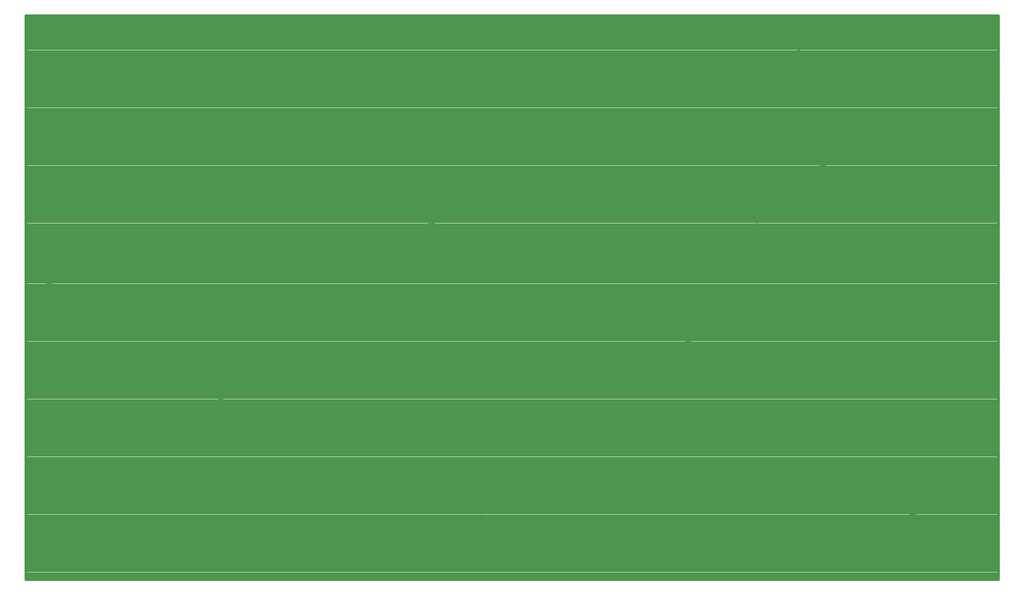
<source format=gbr>
G04 DipTrace 3.0.0.2*
G04 Bottom.gbr*
%MOMM*%
G04 #@! TF.FileFunction,Copper,L2,Bot*
G04 #@! TF.Part,Single*
G04 #@! TA.AperFunction,CopperBalancing*
%ADD16C,0.6*%
G04 #@! TA.AperFunction,ComponentPad*
%ADD29C,1.5*%
G04 #@! TA.AperFunction,ViaPad*
%ADD36C,1.0*%
%FSLAX35Y35*%
G04*
G71*
G90*
G75*
G01*
G04 Bottom*
%LPD*%
D36*
X3892800Y11482800D3*
X3682800Y11889300D3*
X2527800Y11457300D3*
X2508300Y10284300D3*
X3837300Y10299300D3*
X5971800Y8179800D3*
X17797800Y12544800D3*
X14971800Y4149300D3*
X11058300Y4174800D3*
X13771800Y5110800D3*
X13752300Y3937800D3*
X13099800Y3571800D3*
X1032300Y13208133D2*
D16*
X22129813D1*
X1032300Y13148467D2*
X22129813D1*
X1032300Y13088800D2*
X22129813D1*
X1032300Y13029133D2*
X22129813D1*
X1032300Y12969467D2*
X22129813D1*
X1032300Y12909800D2*
X22129813D1*
X1032300Y12850133D2*
X22129813D1*
X1032300Y12790467D2*
X22129813D1*
X1032300Y12730800D2*
X22129813D1*
X1032300Y12671133D2*
X22129813D1*
X1032300Y12611467D2*
X22129813D1*
X1032300Y12551800D2*
X22129813D1*
X1032300Y12492133D2*
X22129813D1*
X1032300Y12432467D2*
X22129813D1*
X1032300Y12372800D2*
X22129813D1*
X1032300Y12313133D2*
X22129813D1*
X1032300Y12253467D2*
X22129813D1*
X1032300Y12193800D2*
X22129813D1*
X1032300Y12134133D2*
X22129813D1*
X1032300Y12074467D2*
X22129813D1*
X1032300Y12014800D2*
X22129813D1*
X1032300Y11955133D2*
X22129813D1*
X1032300Y11895467D2*
X22129813D1*
X1032300Y11835800D2*
X22129813D1*
X1032300Y11776133D2*
X22129813D1*
X1032300Y11716467D2*
X22129813D1*
X1032300Y11656800D2*
X22129813D1*
X1032300Y11597133D2*
X22129813D1*
X1032300Y11537467D2*
X22129813D1*
X1032300Y11477800D2*
X22129813D1*
X1032300Y11418133D2*
X22129813D1*
X1032300Y11358467D2*
X22129813D1*
X1032300Y11298800D2*
X22129813D1*
X1032300Y11239133D2*
X22129813D1*
X1032300Y11179467D2*
X22129813D1*
X1032300Y11119800D2*
X22129813D1*
X1032300Y11060133D2*
X22129813D1*
X1032300Y11000467D2*
X22129813D1*
X1032300Y10940800D2*
X22129813D1*
X1032300Y10881133D2*
X22129813D1*
X1032300Y10821467D2*
X22129813D1*
X1032300Y10761800D2*
X22129813D1*
X1032300Y10702133D2*
X22129813D1*
X1032300Y10642467D2*
X22129813D1*
X1032300Y10582800D2*
X22129813D1*
X1032300Y10523133D2*
X22129813D1*
X1032300Y10463467D2*
X22129813D1*
X1032300Y10403800D2*
X22129813D1*
X1032300Y10344133D2*
X22129813D1*
X1032300Y10284467D2*
X22129813D1*
X1032300Y10224800D2*
X22129813D1*
X1032300Y10165133D2*
X22129813D1*
X1032300Y10105467D2*
X22129813D1*
X1032300Y10045800D2*
X22129813D1*
X1032300Y9986133D2*
X22129813D1*
X1032300Y9926467D2*
X22129813D1*
X1032300Y9866800D2*
X22129813D1*
X1032300Y9807133D2*
X22129813D1*
X1032300Y9747467D2*
X22129813D1*
X1032300Y9687800D2*
X22129813D1*
X1032300Y9628133D2*
X22129813D1*
X1032300Y9568467D2*
X22129813D1*
X1032300Y9508800D2*
X22129813D1*
X1032300Y9449133D2*
X22129813D1*
X1032300Y9389467D2*
X22129813D1*
X1032300Y9329800D2*
X22129813D1*
X1032300Y9270133D2*
X22129813D1*
X1032300Y9210467D2*
X22129813D1*
X1032300Y9150800D2*
X22129813D1*
X1032300Y9091133D2*
X22129813D1*
X1032300Y9031467D2*
X22129813D1*
X1032300Y8971800D2*
X22129813D1*
X1032300Y8912133D2*
X22129813D1*
X1032300Y8852467D2*
X22129813D1*
X1032300Y8792800D2*
X22129813D1*
X1032300Y8733133D2*
X22129813D1*
X1032300Y8673467D2*
X22129813D1*
X1032300Y8613800D2*
X22129813D1*
X1032300Y8554133D2*
X22129813D1*
X1032300Y8494467D2*
X22129813D1*
X1032300Y8434800D2*
X22129813D1*
X1032300Y8375133D2*
X22129813D1*
X1032300Y8315467D2*
X22129813D1*
X1032300Y8255800D2*
X22129813D1*
X1032300Y8196133D2*
X22129813D1*
X1032300Y8136467D2*
X22129813D1*
X1032300Y8076800D2*
X22129813D1*
X1032300Y8017133D2*
X22129813D1*
X1032300Y7957467D2*
X22129813D1*
X1032300Y7897800D2*
X22129813D1*
X1032300Y7838133D2*
X22129813D1*
X1032300Y7778467D2*
X22129813D1*
X1032300Y7718800D2*
X22129813D1*
X1032300Y7659133D2*
X22129813D1*
X1032300Y7599467D2*
X22129813D1*
X1032300Y7539800D2*
X22129813D1*
X1032300Y7480133D2*
X22129813D1*
X1032300Y7420467D2*
X22129813D1*
X1032300Y7360800D2*
X22129813D1*
X1032300Y7301133D2*
X22129813D1*
X1032300Y7241467D2*
X22129813D1*
X1032300Y7181800D2*
X22129813D1*
X1032300Y7122133D2*
X22129813D1*
X1032300Y7062467D2*
X22129813D1*
X1032300Y7002800D2*
X22129813D1*
X1032300Y6943133D2*
X22129813D1*
X1032300Y6883467D2*
X22129813D1*
X1032300Y6823800D2*
X22129813D1*
X1032300Y6764133D2*
X22129813D1*
X1032300Y6704467D2*
X22129813D1*
X1032300Y6644800D2*
X22129813D1*
X1032300Y6585133D2*
X22129813D1*
X1032300Y6525467D2*
X22129813D1*
X1032300Y6465800D2*
X22129813D1*
X1032300Y6406133D2*
X22129813D1*
X1032300Y6346467D2*
X22129813D1*
X1032300Y6286800D2*
X22129813D1*
X1032300Y6227133D2*
X22129813D1*
X1032300Y6167467D2*
X22129813D1*
X1032300Y6107800D2*
X22129813D1*
X1032300Y6048133D2*
X22129813D1*
X1032300Y5988467D2*
X22129813D1*
X1032300Y5928800D2*
X22129813D1*
X1032300Y5869133D2*
X22129813D1*
X1032300Y5809467D2*
X22129813D1*
X1032300Y5749800D2*
X22129813D1*
X1032300Y5690133D2*
X22129813D1*
X1032300Y5630467D2*
X22129813D1*
X1032300Y5570800D2*
X22129813D1*
X1032300Y5511133D2*
X22129813D1*
X1032300Y5451467D2*
X22129813D1*
X1032300Y5391800D2*
X22129813D1*
X1032300Y5332133D2*
X22129813D1*
X1032300Y5272467D2*
X22129813D1*
X1032300Y5212800D2*
X22129813D1*
X1032300Y5153133D2*
X22129813D1*
X1032300Y5093467D2*
X22129813D1*
X1032300Y5033800D2*
X22129813D1*
X1032300Y4974133D2*
X22129813D1*
X1032300Y4914467D2*
X22129813D1*
X1032300Y4854800D2*
X22129813D1*
X1032300Y4795133D2*
X22129813D1*
X1032300Y4735467D2*
X22129813D1*
X1032300Y4675800D2*
X22129813D1*
X1032300Y4616133D2*
X22129813D1*
X1032300Y4556467D2*
X22129813D1*
X1032300Y4496800D2*
X22129813D1*
X1032300Y4437133D2*
X22129813D1*
X1032300Y4377467D2*
X22129813D1*
X1032300Y4317800D2*
X22129813D1*
X1032300Y4258133D2*
X22129813D1*
X1032300Y4198467D2*
X22129813D1*
X1032300Y4138800D2*
X22129813D1*
X1032300Y4079133D2*
X22129813D1*
X1032300Y4019467D2*
X22129813D1*
X1032300Y3959800D2*
X22129813D1*
X1032300Y3900133D2*
X22129813D1*
X1032300Y3840467D2*
X22129813D1*
X1032300Y3780800D2*
X22129813D1*
X1032300Y3721133D2*
X22129813D1*
X1032300Y3661467D2*
X22129813D1*
X1032300Y3601800D2*
X22129813D1*
X1032300Y3542133D2*
X22129813D1*
X1032300Y3482467D2*
X22129813D1*
X1032300Y3422800D2*
X22129813D1*
X1032300Y3363133D2*
X22129813D1*
X1032300Y3303467D2*
X22129813D1*
X1032300Y3243800D2*
X22129813D1*
X1032300Y3184133D2*
X22129813D1*
X1032300Y3124467D2*
X22129813D1*
X1032300Y3064800D2*
X22129813D1*
X1032300Y3005133D2*
X22129813D1*
X1032300Y2945467D2*
X22129813D1*
X1032300Y2885800D2*
X22129813D1*
X1032300Y2826133D2*
X22129813D1*
X1032300Y2766467D2*
X22129813D1*
X1032300Y2706800D2*
X22129813D1*
X1032300Y2647133D2*
X22129813D1*
X1032300Y2587467D2*
X22129813D1*
X1032300Y2527800D2*
X22129813D1*
X1032300Y2468133D2*
X22129813D1*
X1032300Y2408467D2*
X22129813D1*
X1032300Y2348800D2*
X22129813D1*
X1032300Y2289133D2*
X22129813D1*
X1032300Y2229467D2*
X22129813D1*
X1032300Y2169800D2*
X22129813D1*
X1032300Y2110133D2*
X22129813D1*
X1032300Y2050467D2*
X22129813D1*
X1032300Y1990800D2*
X22129813D1*
X1032300Y1931133D2*
X22129813D1*
X1032300Y1871467D2*
X22129813D1*
X1032300Y1811800D2*
X22129813D1*
X1032300Y1752133D2*
X22129813D1*
X1032300Y1692467D2*
X22129813D1*
X1032300Y1632800D2*
X22129813D1*
X1032300Y1573133D2*
X22129813D1*
X1032300Y1513467D2*
X22129813D1*
X1032300Y1453800D2*
X22129813D1*
X1032300Y1394133D2*
X22129813D1*
X1032300Y1334467D2*
X22129813D1*
X1032300Y1274800D2*
X22129813D1*
X1032300Y1215133D2*
X22129813D1*
X1032300Y1155467D2*
X22129813D1*
X1032300Y1095800D2*
X22129813D1*
X1032300Y1036133D2*
X22129813D1*
X22105800Y13267800D2*
X1026300D1*
Y1023300D1*
X22135800D1*
Y13267800D1*
X22105800D1*
D29*
X7198800Y1603800D3*
X19666800Y4297800D3*
X4137300Y6970800D3*
X20275800Y2428800D3*
X18903300Y5644800D3*
X21600300Y6762300D3*
X15400800Y6171300D3*
X16899300Y8829300D3*
X16338300Y10549800D3*
X20707800Y9916800D3*
X20263800Y12123300D3*
X15705300Y11796300D3*
X13771800Y8877300D3*
X12994800Y10311300D3*
X8241300Y9396300D3*
X12126300Y8886300D3*
X9829800Y8776800D3*
X9697800Y6807300D3*
X12351300Y6942300D3*
X5977800Y7216800D3*
X5262300Y4881300D3*
X10927800Y2362800D3*
X15351300Y1965300D3*
X16809300Y1878300D3*
X18504300Y3019800D3*
X8943300Y10974300D3*
X5506800Y11748300D3*
X3271800Y9070800D3*
X4756800Y10201800D3*
X14905800Y12291300D3*
X11730300Y12342300D3*
X10078800Y12253800D3*
X2769300Y5287800D3*
X1279800Y10267800D3*
X18229800Y6447300D3*
X4054800Y2605800D3*
X5415300Y3093300D3*
X1533300Y7407300D3*
X18319800Y9993300D3*
M02*

</source>
